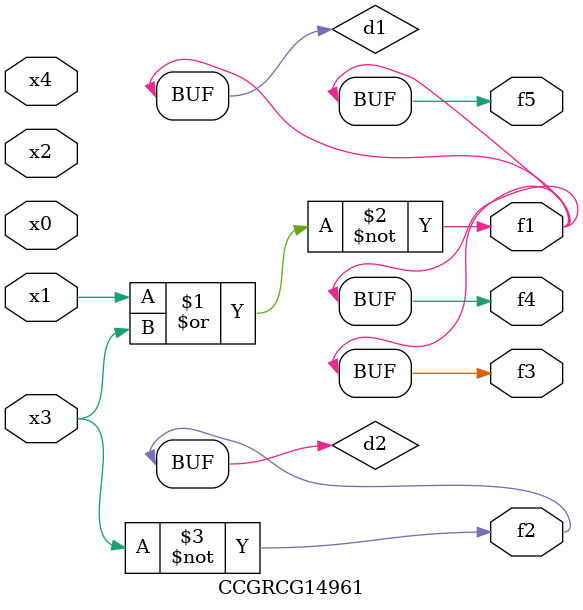
<source format=v>
module CCGRCG14961(
	input x0, x1, x2, x3, x4,
	output f1, f2, f3, f4, f5
);

	wire d1, d2;

	nor (d1, x1, x3);
	not (d2, x3);
	assign f1 = d1;
	assign f2 = d2;
	assign f3 = d1;
	assign f4 = d1;
	assign f5 = d1;
endmodule

</source>
